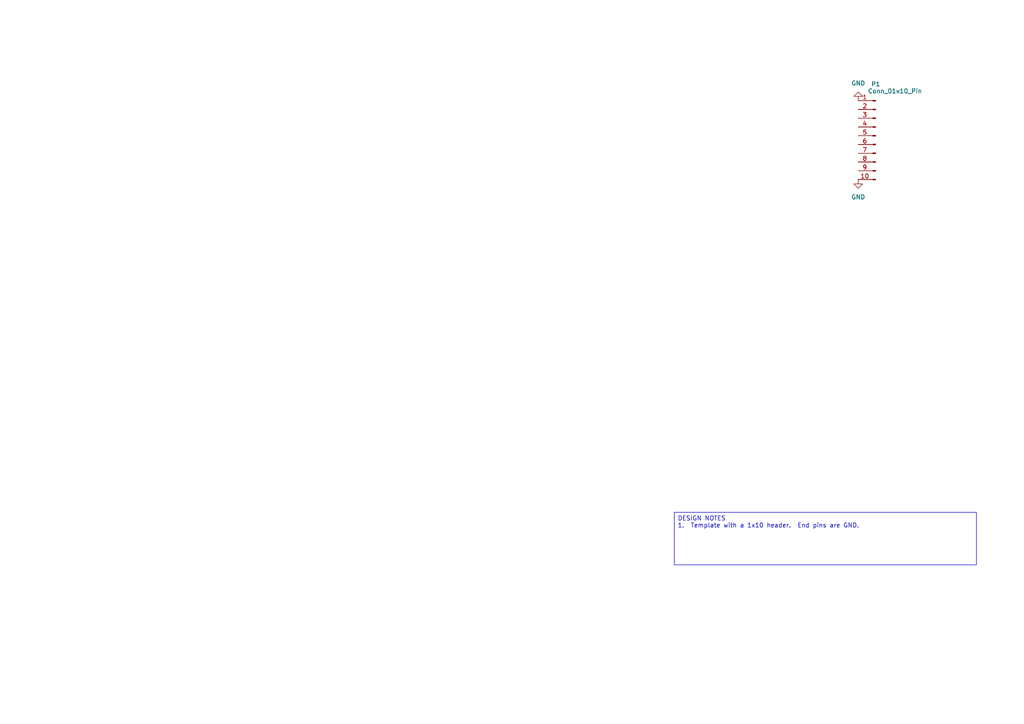
<source format=kicad_sch>
(kicad_sch (version 20231120) (generator "eeschema") (generator_version "8.0")
  (paper "A4")
  (lib_symbols
    (symbol "Connector:Conn_01x10_Pin" (pin_names (offset 1.016) hide)
      (property "Reference" "J" (at 0 12.7 0))
      (property "Value" "Conn_01x10_Pin" (at 0 -15.24 0))
      (symbol "Conn_01x10_Pin_1_1"
        (polyline (pts (xy 1.27 -12.7) (xy 0.8636 -12.7)) (stroke (width 0.1524)))
        (polyline (pts (xy 1.27 -10.16) (xy 0.8636 -10.16)) (stroke (width 0.1524)))
        (polyline (pts (xy 1.27 -7.62) (xy 0.8636 -7.62)) (stroke (width 0.1524)))
        (polyline (pts (xy 1.27 -5.08) (xy 0.8636 -5.08)) (stroke (width 0.1524)))
        (polyline (pts (xy 1.27 -2.54) (xy 0.8636 -2.54)) (stroke (width 0.1524)))
        (polyline (pts (xy 1.27 0) (xy 0.8636 0)) (stroke (width 0.1524)))
        (polyline (pts (xy 1.27 2.54) (xy 0.8636 2.54)) (stroke (width 0.1524)))
        (polyline (pts (xy 1.27 5.08) (xy 0.8636 5.08)) (stroke (width 0.1524)))
        (polyline (pts (xy 1.27 7.62) (xy 0.8636 7.62)) (stroke (width 0.1524)))
        (polyline (pts (xy 1.27 10.16) (xy 0.8636 10.16)) (stroke (width 0.1524)))
        (rectangle (start 0.8636 -12.573) (end 0 -12.827) (stroke (width 0.1524)) (fill (type outline)))
        (rectangle (start 0.8636 -10.033) (end 0 -10.287) (stroke (width 0.1524)) (fill (type outline)))
        (rectangle (start 0.8636 -7.493) (end 0 -7.747) (stroke (width 0.1524)) (fill (type outline)))
        (rectangle (start 0.8636 -4.953) (end 0 -5.207) (stroke (width 0.1524)) (fill (type outline)))
        (rectangle (start 0.8636 -2.413) (end 0 -2.667) (stroke (width 0.1524)) (fill (type outline)))
        (rectangle (start 0.8636 0.127) (end 0 -0.127) (stroke (width 0.1524)) (fill (type outline)))
        (rectangle (start 0.8636 2.667) (end 0 2.413) (stroke (width 0.1524)) (fill (type outline)))
        (rectangle (start 0.8636 5.207) (end 0 4.953) (stroke (width 0.1524)) (fill (type outline)))
        (rectangle (start 0.8636 7.747) (end 0 7.493) (stroke (width 0.1524)) (fill (type outline)))
        (rectangle (start 0.8636 10.287) (end 0 10.033) (stroke (width 0.1524)) (fill (type outline)))
        (pin passive line (at 5.08 10.16 180) (length 3.81) (name "Pin_1") (number "1"))
        (pin passive line (at 5.08 -12.7 180) (length 3.81) (name "Pin_10") (number "10"))
        (pin passive line (at 5.08 7.62 180) (length 3.81) (name "Pin_2") (number "2"))
        (pin passive line (at 5.08 5.08 180) (length 3.81) (name "Pin_3") (number "3"))
        (pin passive line (at 5.08 2.54 180) (length 3.81) (name "Pin_4") (number "4"))
        (pin passive line (at 5.08 0 180) (length 3.81) (name "Pin_5") (number "5"))
        (pin passive line (at 5.08 -2.54 180) (length 3.81) (name "Pin_6") (number "6"))
        (pin passive line (at 5.08 -5.08 180) (length 3.81) (name "Pin_7") (number "7"))
        (pin passive line (at 5.08 -7.62 180) (length 3.81) (name "Pin_8") (number "8"))
        (pin passive line (at 5.08 -10.16 180) (length 3.81) (name "Pin_9") (number "9"))
      )
    )
    (symbol "power:GND" (power) (pin_numbers hide) (pin_names (offset 0) hide)
      (property "Value" "GND" (at 0 -3.81 0))
      (symbol "GND_0_1"
        (polyline (pts (xy 0 0) (xy 0 -1.27) (xy 1.27 -1.27) (xy 0 -2.54) (xy -1.27 -1.27) (xy 0 -1.27)))
      )
      (symbol "GND_1_1"
        (pin power_in line (at 0 0 270) (length 0) (name "~") (number "1"))
      )
    )
  )
  (text_box "DESIGN NOTES\n1.  Template with a 1x10 header.  End pins are GND." (at 195.58 148.59 0) (size 87.63 15.24) (effects (font (size 1.27 1.27)) (justify left top)))
  (symbol (lib_id "power:GND") (at 248.92 52.07 0) (unit 1)
    (property "Reference" "#PWR01" (effects (hide yes)))
    (property "Value" "GND" (at 248.92 57.15 0))
    (property "Description" "Power symbol creates a global label with name \"GND\" , ground" (effects (hide yes)))
  )
  (symbol (lib_id "Connector:Conn_01x10_Pin") (at 254 39.37 0) (mirror y) (unit 1)
    (property "Reference" "P1" (at 254 24.384 0))
    (property "Value" "Conn_01x10_Pin" (at 259.588 26.416 0))
    (property "Footprint" "Connector_PinHeader_2.54mm:PinHeader_1x10_P2.54mm_Horizontal" (effects (hide yes)))
    (property "Description" "Generic connector, single row, 01x10, script generated" (effects (hide yes)))
  )
  (symbol (lib_id "power:GND") (at 248.92 29.21 180) (unit 1)
    (property "Reference" "#PWR02" (effects (hide yes)))
    (property "Value" "GND" (at 248.92 24.13 0))
    (property "Description" "Power symbol creates a global label with name \"GND\" , ground" (effects (hide yes)))
  )
)
</source>
